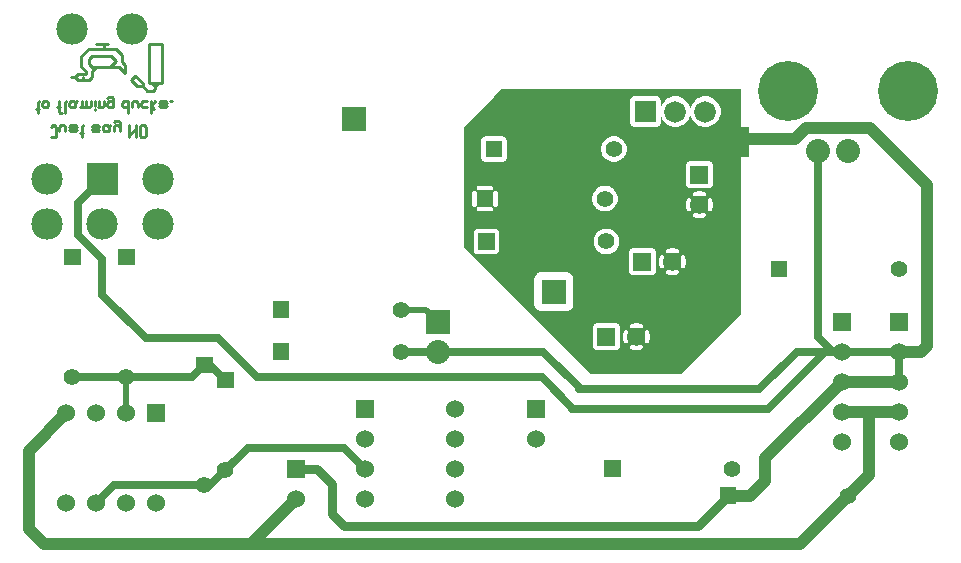
<source format=gbl>
G04 start of page 2 for group 11 layer_idx 1 *
G04 Title: (unknown), bottom_copper *
G04 Creator: pcb-rnd 2.2.0 *
G04 CreationDate: 2020-02-24 19:44:40 UTC *
G04 For:  *
G04 Format: Gerber/RS-274X *
G04 PCB-Dimensions: 316500 593500 *
G04 PCB-Coordinate-Origin: lower left *
%MOIN*%
%FSLAX25Y25*%
%LNBOTTOM_COPPER_NONE_11*%
%ADD51C,0.0500*%
%ADD50C,0.0394*%
%ADD49C,0.0380*%
%ADD48C,0.0320*%
%ADD47C,0.0790*%
%ADD46C,0.0420*%
%ADD45C,0.0280*%
%ADD44C,0.0710*%
%ADD43C,0.0650*%
%ADD42C,0.0800*%
%ADD41C,0.2000*%
%ADD40C,0.0720*%
%ADD39C,0.0600*%
%ADD38C,0.0550*%
%ADD37C,0.1050*%
%ADD36C,0.0300*%
%ADD35C,0.0400*%
%ADD34C,0.0200*%
%ADD33C,0.0250*%
%ADD32C,0.0090*%
%ADD31C,0.0100*%
%ADD30C,0.0001*%
G54D30*G36*
X245000Y561000D02*Y547333D01*
X244634Y547181D01*
X244231Y546935D01*
X244231Y546934D01*
X243872Y546628D01*
X243796Y546538D01*
X242879Y545621D01*
X242565Y545269D01*
X242319Y544866D01*
X242138Y544430D01*
X242028Y543971D01*
X241991Y543500D01*
X242028Y543029D01*
X242138Y542570D01*
X242319Y542134D01*
X242565Y541731D01*
X242872Y541372D01*
X243231Y541065D01*
X243634Y540819D01*
X244070Y540638D01*
X244529Y540528D01*
X245000Y540491D01*
Y486000D01*
X234613Y475613D01*
Y520353D01*
X234656Y520360D01*
X234768Y520397D01*
X234873Y520452D01*
X234968Y520522D01*
X235051Y520606D01*
X235119Y520702D01*
X235170Y520808D01*
X235318Y521216D01*
X235422Y521637D01*
X235484Y522067D01*
X235505Y522500D01*
X235484Y522933D01*
X235422Y523363D01*
X235318Y523784D01*
X235175Y524194D01*
X235122Y524300D01*
X235053Y524396D01*
X234970Y524481D01*
X234875Y524551D01*
X234769Y524606D01*
X234657Y524643D01*
X234613Y524651D01*
Y528130D01*
X234683Y528159D01*
X234884Y528283D01*
X235064Y528436D01*
X235217Y528616D01*
X235341Y528817D01*
X235431Y529035D01*
X235486Y529265D01*
X235505Y529500D01*
X235500Y529559D01*
Y535441D01*
X235505Y535500D01*
X235486Y535735D01*
X235486Y535735D01*
X235431Y535965D01*
X235341Y536183D01*
X235217Y536384D01*
X235064Y536564D01*
X234884Y536717D01*
X234683Y536841D01*
X234613Y536870D01*
Y548648D01*
X235322Y548942D01*
X236007Y549361D01*
X236617Y549883D01*
X237139Y550493D01*
X237558Y551178D01*
X237865Y551919D01*
X238053Y552700D01*
X238100Y553500D01*
X238053Y554300D01*
X237865Y555081D01*
X237558Y555822D01*
X237139Y556507D01*
X236617Y557117D01*
X236007Y557639D01*
X235322Y558058D01*
X234613Y558352D01*
Y561000D01*
X245000D01*
G37*
G36*
X234465Y536931D02*X234235Y536986D01*
X234000Y537005D01*
X233941Y537000D01*
X231000D01*
Y548808D01*
X231419Y548635D01*
X232200Y548447D01*
X233000Y548384D01*
X233800Y548447D01*
X234581Y548635D01*
X234613Y548648D01*
Y536870D01*
X234465Y536931D01*
G37*
G36*
X231000Y472000D02*Y517995D01*
X231433Y518016D01*
X231863Y518078D01*
X232284Y518182D01*
X232694Y518325D01*
X232800Y518378D01*
X232896Y518447D01*
X232981Y518530D01*
X233051Y518625D01*
X233106Y518731D01*
X233143Y518843D01*
X233163Y518960D01*
X233164Y519079D01*
X233146Y519196D01*
X233110Y519309D01*
X233057Y519415D01*
X232988Y519512D01*
X232905Y519596D01*
X232809Y519667D01*
X232704Y519721D01*
X232592Y519759D01*
X232475Y519778D01*
X232356Y519779D01*
X232239Y519761D01*
X232126Y519723D01*
X231855Y519624D01*
X231575Y519556D01*
X231289Y519514D01*
X231000Y519500D01*
Y525500D01*
X231289Y525486D01*
X231575Y525444D01*
X231855Y525376D01*
X232128Y525280D01*
X232239Y525242D01*
X232356Y525225D01*
X232474Y525225D01*
X232591Y525245D01*
X232703Y525282D01*
X232807Y525336D01*
X232902Y525406D01*
X232985Y525491D01*
X233054Y525587D01*
X233107Y525692D01*
X233143Y525805D01*
X233160Y525921D01*
X233159Y526039D01*
X233140Y526156D01*
X233103Y526268D01*
X233048Y526373D01*
X232978Y526468D01*
X232894Y526551D01*
X232798Y526619D01*
X232692Y526670D01*
X232284Y526818D01*
X231863Y526922D01*
X231433Y526984D01*
X231000Y527005D01*
Y528000D01*
X233941D01*
X234000Y527995D01*
X234235Y528014D01*
X234235Y528014D01*
X234465Y528069D01*
X234613Y528130D01*
Y524651D01*
X234540Y524663D01*
X234421Y524664D01*
X234304Y524646D01*
X234191Y524610D01*
X234085Y524557D01*
X233988Y524488D01*
X233904Y524405D01*
X233833Y524309D01*
X233779Y524204D01*
X233741Y524092D01*
X233722Y523975D01*
X233721Y523856D01*
X233739Y523739D01*
X233777Y523626D01*
X233876Y523355D01*
X233944Y523075D01*
X233986Y522789D01*
X234000Y522500D01*
X233986Y522211D01*
X233944Y521925D01*
X233876Y521645D01*
X233780Y521372D01*
X233742Y521261D01*
X233725Y521144D01*
X233725Y521026D01*
X233745Y520909D01*
X233782Y520797D01*
X233836Y520693D01*
X233906Y520598D01*
X233991Y520515D01*
X234087Y520446D01*
X234192Y520393D01*
X234305Y520357D01*
X234421Y520340D01*
X234539Y520341D01*
X234613Y520353D01*
Y475613D01*
X231000Y472000D01*
G37*
G36*
X234613Y561000D02*Y558352D01*
X234581Y558365D01*
X233800Y558553D01*
X233000Y558616D01*
X232200Y558553D01*
X231419Y558365D01*
X231000Y558192D01*
Y561000D01*
X234613D01*
G37*
G36*
X227558Y551178D02*X227865Y551919D01*
X228000Y552480D01*
X228135Y551919D01*
X228442Y551178D01*
X228861Y550493D01*
X229383Y549883D01*
X229993Y549361D01*
X230678Y548942D01*
X231000Y548808D01*
Y537000D01*
X228059D01*
X228000Y537005D01*
X227765Y536986D01*
X227765Y536986D01*
X227535Y536931D01*
X227387Y536870D01*
Y550898D01*
X227558Y551178D01*
G37*
G36*
X227387Y468387D02*Y520349D01*
X227460Y520337D01*
X227579Y520336D01*
X227696Y520354D01*
X227809Y520390D01*
X227915Y520443D01*
X228012Y520512D01*
X228096Y520595D01*
X228167Y520691D01*
X228221Y520796D01*
X228259Y520908D01*
X228278Y521025D01*
X228279Y521144D01*
X228261Y521261D01*
X228223Y521374D01*
X228124Y521645D01*
X228056Y521925D01*
X228014Y522211D01*
X228000Y522500D01*
X228014Y522789D01*
X228056Y523075D01*
X228124Y523355D01*
X228220Y523628D01*
X228258Y523739D01*
X228275Y523856D01*
X228275Y523974D01*
X228255Y524091D01*
X228218Y524203D01*
X228164Y524307D01*
X228094Y524402D01*
X228009Y524485D01*
X227913Y524554D01*
X227808Y524607D01*
X227695Y524643D01*
X227579Y524660D01*
X227461Y524659D01*
X227387Y524647D01*
Y528130D01*
X227535Y528069D01*
X227765Y528014D01*
X228000Y527995D01*
X228059Y528000D01*
X231000D01*
Y527005D01*
X230567Y526984D01*
X230137Y526922D01*
X229716Y526818D01*
X229306Y526675D01*
X229200Y526622D01*
X229104Y526553D01*
X229019Y526470D01*
X228949Y526375D01*
X228894Y526269D01*
X228857Y526157D01*
X228837Y526040D01*
X228836Y525921D01*
X228854Y525804D01*
X228890Y525691D01*
X228943Y525585D01*
X229012Y525488D01*
X229095Y525404D01*
X229191Y525333D01*
X229296Y525279D01*
X229408Y525241D01*
X229525Y525222D01*
X229644Y525221D01*
X229761Y525239D01*
X229874Y525277D01*
X230145Y525376D01*
X230425Y525444D01*
X230711Y525486D01*
X231000Y525500D01*
Y519500D01*
X230711Y519514D01*
X230425Y519556D01*
X230145Y519624D01*
X229872Y519720D01*
X229761Y519758D01*
X229644Y519775D01*
X229526Y519775D01*
X229409Y519755D01*
X229297Y519718D01*
X229193Y519664D01*
X229098Y519594D01*
X229015Y519509D01*
X228946Y519413D01*
X228893Y519308D01*
X228857Y519195D01*
X228840Y519079D01*
X228841Y518961D01*
X228860Y518844D01*
X228897Y518732D01*
X228952Y518627D01*
X229022Y518532D01*
X229106Y518449D01*
X229202Y518381D01*
X229308Y518330D01*
X229716Y518182D01*
X230137Y518078D01*
X230567Y518016D01*
X231000Y517995D01*
Y472000D01*
X227387Y468387D01*
G37*
G36*
X225613Y466613D02*Y501353D01*
X225656Y501360D01*
X225768Y501397D01*
X225873Y501452D01*
X225968Y501522D01*
X226051Y501606D01*
X226119Y501702D01*
X226170Y501808D01*
X226318Y502216D01*
X226422Y502637D01*
X226484Y503067D01*
X226505Y503500D01*
X226484Y503933D01*
X226422Y504363D01*
X226318Y504784D01*
X226175Y505194D01*
X226122Y505300D01*
X226053Y505396D01*
X225970Y505481D01*
X225875Y505551D01*
X225769Y505606D01*
X225657Y505643D01*
X225613Y505651D01*
Y549120D01*
X226007Y549361D01*
X226617Y549883D01*
X227139Y550493D01*
X227387Y550898D01*
Y536870D01*
X227317Y536841D01*
X227116Y536717D01*
X226936Y536564D01*
X226783Y536384D01*
X226659Y536183D01*
X226569Y535965D01*
X226514Y535735D01*
X226495Y535500D01*
X226500Y535441D01*
Y529559D01*
X226495Y529500D01*
X226514Y529265D01*
X226514Y529265D01*
X226569Y529035D01*
X226659Y528817D01*
X226783Y528616D01*
X226936Y528436D01*
X227116Y528283D01*
X227317Y528159D01*
X227387Y528130D01*
Y524647D01*
X227344Y524640D01*
X227232Y524603D01*
X227127Y524548D01*
X227032Y524478D01*
X226949Y524394D01*
X226881Y524298D01*
X226830Y524192D01*
X226682Y523784D01*
X226578Y523363D01*
X226516Y522933D01*
X226495Y522500D01*
X226516Y522067D01*
X226578Y521637D01*
X226682Y521216D01*
X226825Y520806D01*
X226878Y520700D01*
X226947Y520604D01*
X227030Y520519D01*
X227125Y520449D01*
X227231Y520394D01*
X227343Y520357D01*
X227387Y520349D01*
Y468387D01*
X225613Y466613D01*
G37*
G36*
X225000Y466000D02*X222998D01*
Y499111D01*
X223284Y499182D01*
X223694Y499325D01*
X223800Y499378D01*
X223896Y499447D01*
X223981Y499530D01*
X224051Y499625D01*
X224106Y499731D01*
X224143Y499843D01*
X224163Y499960D01*
X224164Y500079D01*
X224146Y500196D01*
X224110Y500309D01*
X224057Y500415D01*
X223988Y500512D01*
X223905Y500596D01*
X223809Y500667D01*
X223704Y500721D01*
X223592Y500759D01*
X223475Y500778D01*
X223356Y500779D01*
X223239Y500761D01*
X223126Y500723D01*
X222998Y500676D01*
Y506326D01*
X223128Y506280D01*
X223239Y506242D01*
X223356Y506225D01*
X223474Y506225D01*
X223591Y506245D01*
X223703Y506282D01*
X223807Y506336D01*
X223902Y506406D01*
X223985Y506491D01*
X224054Y506587D01*
X224107Y506692D01*
X224143Y506805D01*
X224160Y506921D01*
X224159Y507039D01*
X224140Y507156D01*
X224103Y507268D01*
X224048Y507373D01*
X223978Y507468D01*
X223894Y507551D01*
X223798Y507619D01*
X223692Y507670D01*
X223284Y507818D01*
X222998Y507889D01*
Y548384D01*
X223000Y548384D01*
X223800Y548447D01*
X224581Y548635D01*
X225322Y548942D01*
X225613Y549120D01*
Y505651D01*
X225540Y505663D01*
X225421Y505664D01*
X225304Y505646D01*
X225191Y505610D01*
X225085Y505557D01*
X224988Y505488D01*
X224904Y505405D01*
X224833Y505309D01*
X224779Y505204D01*
X224741Y505092D01*
X224722Y504975D01*
X224721Y504856D01*
X224739Y504739D01*
X224777Y504626D01*
X224876Y504355D01*
X224944Y504075D01*
X224986Y503789D01*
X225000Y503500D01*
X224986Y503211D01*
X224944Y502925D01*
X224876Y502645D01*
X224780Y502372D01*
X224742Y502261D01*
X224725Y502144D01*
X224725Y502026D01*
X224745Y501909D01*
X224782Y501797D01*
X224836Y501693D01*
X224906Y501598D01*
X224991Y501515D01*
X225087Y501446D01*
X225192Y501393D01*
X225305Y501357D01*
X225421Y501340D01*
X225539Y501341D01*
X225613Y501353D01*
Y466613D01*
X225000Y466000D01*
G37*
G36*
X231000Y561000D02*Y558192D01*
X230678Y558058D01*
X229993Y557639D01*
X229383Y557117D01*
X228861Y556507D01*
X228442Y555822D01*
X228135Y555081D01*
X228000Y554520D01*
X227865Y555081D01*
X227558Y555822D01*
X227139Y556507D01*
X226617Y557117D01*
X226007Y557639D01*
X225322Y558058D01*
X224581Y558365D01*
X223800Y558553D01*
X223000Y558616D01*
X222998Y558616D01*
Y561000D01*
X231000D01*
G37*
G36*
X218442Y551178D02*X218861Y550493D01*
X219383Y549883D01*
X219993Y549361D01*
X220678Y548942D01*
X221419Y548635D01*
X222200Y548447D01*
X222998Y548384D01*
Y507889D01*
X222863Y507922D01*
X222433Y507984D01*
X222000Y508005D01*
X221567Y507984D01*
X221137Y507922D01*
X220716Y507818D01*
X220306Y507675D01*
X220200Y507622D01*
X220104Y507553D01*
X220019Y507470D01*
X219949Y507375D01*
X219894Y507269D01*
X219857Y507157D01*
X219837Y507040D01*
X219836Y506921D01*
X219854Y506804D01*
X219890Y506691D01*
X219943Y506585D01*
X220012Y506488D01*
X220095Y506404D01*
X220191Y506333D01*
X220296Y506279D01*
X220408Y506241D01*
X220525Y506222D01*
X220644Y506221D01*
X220761Y506239D01*
X220874Y506277D01*
X221145Y506376D01*
X221425Y506444D01*
X221711Y506486D01*
X222000Y506500D01*
X222289Y506486D01*
X222575Y506444D01*
X222855Y506376D01*
X222998Y506326D01*
Y500676D01*
X222855Y500624D01*
X222575Y500556D01*
X222289Y500514D01*
X222000Y500500D01*
X221711Y500514D01*
X221425Y500556D01*
X221145Y500624D01*
X220872Y500720D01*
X220761Y500758D01*
X220644Y500775D01*
X220526Y500775D01*
X220409Y500755D01*
X220297Y500718D01*
X220193Y500664D01*
X220098Y500594D01*
X220015Y500509D01*
X219946Y500413D01*
X219893Y500308D01*
X219857Y500195D01*
X219840Y500079D01*
X219841Y499961D01*
X219860Y499844D01*
X219897Y499732D01*
X219952Y499627D01*
X220022Y499532D01*
X220106Y499449D01*
X220202Y499381D01*
X220308Y499330D01*
X220716Y499182D01*
X221137Y499078D01*
X221567Y499016D01*
X222000Y498995D01*
X222433Y499016D01*
X222863Y499078D01*
X222998Y499111D01*
Y466000D01*
X218387D01*
Y501349D01*
X218460Y501337D01*
X218579Y501336D01*
X218696Y501354D01*
X218809Y501390D01*
X218915Y501443D01*
X219012Y501512D01*
X219096Y501595D01*
X219167Y501691D01*
X219221Y501796D01*
X219259Y501908D01*
X219278Y502025D01*
X219279Y502144D01*
X219261Y502261D01*
X219223Y502374D01*
X219124Y502645D01*
X219056Y502925D01*
X219014Y503211D01*
X219000Y503500D01*
X219014Y503789D01*
X219056Y504075D01*
X219124Y504355D01*
X219220Y504628D01*
X219258Y504739D01*
X219275Y504856D01*
X219275Y504974D01*
X219255Y505091D01*
X219218Y505203D01*
X219164Y505307D01*
X219094Y505402D01*
X219009Y505485D01*
X218913Y505554D01*
X218808Y505607D01*
X218695Y505643D01*
X218579Y505660D01*
X218461Y505659D01*
X218387Y505647D01*
Y551310D01*
X218442Y551178D01*
G37*
G36*
X216541Y548400D02*X216600Y548395D01*
X216835Y548414D01*
X216835Y548414D01*
X217065Y548469D01*
X217283Y548559D01*
X217484Y548683D01*
X217664Y548836D01*
X217817Y549016D01*
X217941Y549217D01*
X218031Y549435D01*
X218086Y549665D01*
X218105Y549900D01*
X218100Y549959D01*
Y552063D01*
X218135Y551919D01*
X218387Y551310D01*
Y505647D01*
X218344Y505640D01*
X218232Y505603D01*
X218127Y505548D01*
X218032Y505478D01*
X217949Y505394D01*
X217881Y505298D01*
X217830Y505192D01*
X217682Y504784D01*
X217578Y504363D01*
X217516Y503933D01*
X217495Y503500D01*
X217516Y503067D01*
X217578Y502637D01*
X217682Y502216D01*
X217825Y501806D01*
X217878Y501700D01*
X217947Y501604D01*
X218030Y501519D01*
X218125Y501449D01*
X218231Y501394D01*
X218343Y501357D01*
X218387Y501349D01*
Y466000D01*
X213613D01*
Y476353D01*
X213656Y476360D01*
X213768Y476397D01*
X213873Y476452D01*
X213968Y476522D01*
X214051Y476606D01*
X214119Y476702D01*
X214170Y476808D01*
X214318Y477216D01*
X214422Y477637D01*
X214484Y478067D01*
X214505Y478500D01*
X214484Y478933D01*
X214422Y479363D01*
X214318Y479784D01*
X214175Y480194D01*
X214122Y480300D01*
X214053Y480396D01*
X213970Y480481D01*
X213875Y480551D01*
X213769Y480606D01*
X213657Y480643D01*
X213613Y480651D01*
Y499000D01*
X214941D01*
X215000Y498995D01*
X215235Y499014D01*
X215235Y499014D01*
X215465Y499069D01*
X215683Y499159D01*
X215884Y499283D01*
X216064Y499436D01*
X216217Y499616D01*
X216341Y499817D01*
X216431Y500035D01*
X216486Y500265D01*
X216505Y500500D01*
X216500Y500559D01*
Y506441D01*
X216505Y506500D01*
X216486Y506735D01*
X216486Y506735D01*
X216431Y506965D01*
X216341Y507183D01*
X216217Y507384D01*
X216064Y507564D01*
X215884Y507717D01*
X215683Y507841D01*
X215465Y507931D01*
X215235Y507986D01*
X215000Y508005D01*
X214941Y508000D01*
X213613D01*
Y548400D01*
X216541D01*
G37*
G36*
X210002Y466000D02*Y473995D01*
X210433Y474016D01*
X210863Y474078D01*
X211284Y474182D01*
X211694Y474325D01*
X211800Y474378D01*
X211896Y474447D01*
X211981Y474530D01*
X212051Y474625D01*
X212106Y474731D01*
X212143Y474843D01*
X212163Y474960D01*
X212164Y475079D01*
X212146Y475196D01*
X212110Y475309D01*
X212057Y475415D01*
X211988Y475512D01*
X211905Y475596D01*
X211809Y475667D01*
X211704Y475721D01*
X211592Y475759D01*
X211475Y475778D01*
X211356Y475779D01*
X211239Y475761D01*
X211126Y475723D01*
X210855Y475624D01*
X210575Y475556D01*
X210289Y475514D01*
X210002Y475500D01*
Y481500D01*
X210289Y481486D01*
X210575Y481444D01*
X210855Y481376D01*
X211128Y481280D01*
X211239Y481242D01*
X211356Y481225D01*
X211474Y481225D01*
X211591Y481245D01*
X211703Y481282D01*
X211807Y481336D01*
X211902Y481406D01*
X211985Y481491D01*
X212054Y481587D01*
X212107Y481692D01*
X212143Y481805D01*
X212160Y481921D01*
X212159Y482039D01*
X212140Y482156D01*
X212103Y482268D01*
X212048Y482373D01*
X211978Y482468D01*
X211894Y482551D01*
X211798Y482619D01*
X211692Y482670D01*
X211284Y482818D01*
X210863Y482922D01*
X210433Y482984D01*
X210002Y483005D01*
Y499000D01*
X213613D01*
Y480651D01*
X213540Y480663D01*
X213421Y480664D01*
X213304Y480646D01*
X213191Y480610D01*
X213085Y480557D01*
X212988Y480488D01*
X212904Y480405D01*
X212833Y480309D01*
X212779Y480204D01*
X212741Y480092D01*
X212722Y479975D01*
X212721Y479856D01*
X212739Y479739D01*
X212777Y479626D01*
X212876Y479355D01*
X212944Y479075D01*
X212986Y478789D01*
X213000Y478500D01*
X212986Y478211D01*
X212944Y477925D01*
X212876Y477645D01*
X212780Y477372D01*
X212742Y477261D01*
X212725Y477144D01*
X212725Y477026D01*
X212745Y476909D01*
X212782Y476797D01*
X212836Y476693D01*
X212906Y476598D01*
X212991Y476515D01*
X213087Y476446D01*
X213192Y476393D01*
X213305Y476357D01*
X213421Y476340D01*
X213539Y476341D01*
X213613Y476353D01*
Y466000D01*
X210002D01*
G37*
G36*
X213613Y548400D02*Y508000D01*
X210002D01*
Y548400D01*
X213613D01*
G37*
G36*
X222998Y561000D02*Y558616D01*
X222200Y558553D01*
X221419Y558365D01*
X220678Y558058D01*
X219993Y557639D01*
X219383Y557117D01*
X218861Y556507D01*
X218442Y555822D01*
X218135Y555081D01*
X218100Y554937D01*
Y557041D01*
X218105Y557100D01*
X218086Y557335D01*
X218086Y557335D01*
X218031Y557565D01*
X217941Y557783D01*
X217817Y557984D01*
X217664Y558164D01*
X217484Y558317D01*
X217283Y558441D01*
X217065Y558531D01*
X216835Y558586D01*
X216600Y558605D01*
X216541Y558600D01*
X210002D01*
Y561000D01*
X222998D01*
G37*
G36*
X210002D02*Y558600D01*
X209459D01*
X209400Y558605D01*
X209165Y558586D01*
X209165Y558586D01*
X208935Y558531D01*
X208717Y558441D01*
X208516Y558317D01*
X208336Y558164D01*
X208183Y557984D01*
X208059Y557783D01*
X207969Y557565D01*
X207914Y557335D01*
X207895Y557100D01*
X207900Y557041D01*
Y549959D01*
X207895Y549900D01*
X207914Y549665D01*
X207914Y549665D01*
X207969Y549435D01*
X208059Y549217D01*
X208183Y549016D01*
X208336Y548836D01*
X208516Y548683D01*
X208717Y548559D01*
X208935Y548469D01*
X209165Y548414D01*
X209400Y548395D01*
X209459Y548400D01*
X210002D01*
Y508000D01*
X209059D01*
X209000Y508005D01*
X208765Y507986D01*
X208765Y507986D01*
X208535Y507931D01*
X208317Y507841D01*
X208116Y507717D01*
X207936Y507564D01*
X207783Y507384D01*
X207659Y507183D01*
X207569Y506965D01*
X207514Y506735D01*
X207495Y506500D01*
X207500Y506441D01*
Y500559D01*
X207495Y500500D01*
X207514Y500265D01*
X207514Y500265D01*
X207569Y500035D01*
X207659Y499817D01*
X207783Y499616D01*
X207936Y499436D01*
X208116Y499283D01*
X208317Y499159D01*
X208535Y499069D01*
X208765Y499014D01*
X209000Y498995D01*
X209059Y499000D01*
X210002D01*
Y483005D01*
X210000Y483005D01*
X209567Y482984D01*
X209137Y482922D01*
X208716Y482818D01*
X208306Y482675D01*
X208200Y482622D01*
X208104Y482553D01*
X208019Y482470D01*
X207949Y482375D01*
X207894Y482269D01*
X207857Y482157D01*
X207837Y482040D01*
X207836Y481921D01*
X207854Y481804D01*
X207890Y481691D01*
X207943Y481585D01*
X208012Y481488D01*
X208095Y481404D01*
X208191Y481333D01*
X208296Y481279D01*
X208408Y481241D01*
X208525Y481222D01*
X208644Y481221D01*
X208761Y481239D01*
X208874Y481277D01*
X209145Y481376D01*
X209425Y481444D01*
X209711Y481486D01*
X210000Y481500D01*
X210002Y481500D01*
Y475500D01*
X210000Y475500D01*
X209711Y475514D01*
X209425Y475556D01*
X209145Y475624D01*
X208872Y475720D01*
X208761Y475758D01*
X208644Y475775D01*
X208526Y475775D01*
X208409Y475755D01*
X208297Y475718D01*
X208193Y475664D01*
X208098Y475594D01*
X208015Y475509D01*
X207946Y475413D01*
X207893Y475308D01*
X207857Y475195D01*
X207840Y475079D01*
X207841Y474961D01*
X207860Y474844D01*
X207897Y474732D01*
X207952Y474627D01*
X208022Y474532D01*
X208106Y474449D01*
X208202Y474381D01*
X208308Y474330D01*
X208716Y474182D01*
X209137Y474078D01*
X209567Y474016D01*
X210000Y473995D01*
X210002Y473995D01*
Y466000D01*
X206387D01*
Y476349D01*
X206460Y476337D01*
X206579Y476336D01*
X206696Y476354D01*
X206809Y476390D01*
X206915Y476443D01*
X207012Y476512D01*
X207096Y476595D01*
X207167Y476691D01*
X207221Y476796D01*
X207259Y476908D01*
X207278Y477025D01*
X207279Y477144D01*
X207261Y477261D01*
X207223Y477374D01*
X207124Y477645D01*
X207056Y477925D01*
X207014Y478211D01*
X207000Y478500D01*
X207014Y478789D01*
X207056Y479075D01*
X207124Y479355D01*
X207220Y479628D01*
X207258Y479739D01*
X207275Y479856D01*
X207275Y479974D01*
X207255Y480091D01*
X207218Y480203D01*
X207164Y480307D01*
X207094Y480402D01*
X207009Y480485D01*
X206913Y480554D01*
X206808Y480607D01*
X206695Y480643D01*
X206579Y480660D01*
X206461Y480659D01*
X206387Y480647D01*
Y539278D01*
X206554Y539683D01*
X206711Y540333D01*
X206750Y541000D01*
X206711Y541667D01*
X206554Y542317D01*
X206387Y542722D01*
Y561000D01*
X210002D01*
G37*
G36*
X202493Y466000D02*Y474000D01*
X202941D01*
X203000Y473995D01*
X203235Y474014D01*
X203235Y474014D01*
X203465Y474069D01*
X203683Y474159D01*
X203884Y474283D01*
X204064Y474436D01*
X204217Y474616D01*
X204341Y474817D01*
X204431Y475035D01*
X204486Y475265D01*
X204505Y475500D01*
X204500Y475559D01*
Y481441D01*
X204505Y481500D01*
X204486Y481735D01*
X204486Y481735D01*
X204431Y481965D01*
X204341Y482183D01*
X204217Y482384D01*
X204064Y482564D01*
X203884Y482717D01*
X203683Y482841D01*
X203465Y482931D01*
X203235Y482986D01*
X203000Y483005D01*
X202941Y483000D01*
X202493D01*
Y506744D01*
X202506Y506751D01*
X203014Y507186D01*
X203449Y507694D01*
X203798Y508265D01*
X204054Y508883D01*
X204211Y509533D01*
X204250Y510200D01*
X204211Y510867D01*
X204054Y511517D01*
X203798Y512135D01*
X203449Y512706D01*
X203014Y513214D01*
X202506Y513649D01*
X202493Y513656D01*
Y521468D01*
X202514Y521486D01*
X202949Y521994D01*
X203298Y522565D01*
X203554Y523183D01*
X203711Y523833D01*
X203750Y524500D01*
X203711Y525167D01*
X203554Y525817D01*
X203298Y526435D01*
X202949Y527006D01*
X202514Y527514D01*
X202493Y527532D01*
Y536737D01*
X202500Y536737D01*
X203167Y536789D01*
X203817Y536946D01*
X204435Y537202D01*
X205006Y537551D01*
X205514Y537986D01*
X205949Y538494D01*
X206298Y539065D01*
X206387Y539278D01*
Y480647D01*
X206344Y480640D01*
X206232Y480603D01*
X206127Y480548D01*
X206032Y480478D01*
X205949Y480394D01*
X205881Y480298D01*
X205830Y480192D01*
X205682Y479784D01*
X205578Y479363D01*
X205516Y478933D01*
X205495Y478500D01*
X205516Y478067D01*
X205578Y477637D01*
X205682Y477216D01*
X205825Y476806D01*
X205878Y476700D01*
X205947Y476604D01*
X206030Y476519D01*
X206125Y476449D01*
X206231Y476394D01*
X206343Y476357D01*
X206387Y476349D01*
Y466000D01*
X202493D01*
G37*
G36*
X206387Y561000D02*Y542722D01*
X206298Y542935D01*
X205949Y543506D01*
X205514Y544014D01*
X205006Y544449D01*
X204435Y544798D01*
X203817Y545054D01*
X203167Y545211D01*
X202500Y545263D01*
X202493Y545263D01*
Y561000D01*
X206387D01*
G37*
G36*
X202493D02*Y545263D01*
X201833Y545211D01*
X201183Y545054D01*
X200565Y544798D01*
X199994Y544449D01*
X199486Y544014D01*
X199051Y543506D01*
X198702Y542935D01*
X198446Y542317D01*
X198289Y541667D01*
X198237Y541000D01*
X198289Y540333D01*
X198446Y539683D01*
X198702Y539065D01*
X199051Y538494D01*
X199486Y537986D01*
X199994Y537551D01*
X200565Y537202D01*
X201183Y536946D01*
X201833Y536789D01*
X202493Y536737D01*
Y527532D01*
X202006Y527949D01*
X201435Y528298D01*
X200817Y528554D01*
X200167Y528711D01*
X199500Y528763D01*
X198833Y528711D01*
X198183Y528554D01*
X197565Y528298D01*
X196994Y527949D01*
X196486Y527514D01*
X196051Y527006D01*
X195702Y526435D01*
X195446Y525817D01*
X195289Y525167D01*
X195237Y524500D01*
X195289Y523833D01*
X195446Y523183D01*
X195702Y522565D01*
X196051Y521994D01*
X196486Y521486D01*
X196994Y521051D01*
X197565Y520702D01*
X198183Y520446D01*
X198833Y520289D01*
X199500Y520237D01*
X200167Y520289D01*
X200817Y520446D01*
X201435Y520702D01*
X202006Y521051D01*
X202493Y521468D01*
Y513656D01*
X201935Y513998D01*
X201317Y514254D01*
X200667Y514411D01*
X200000Y514463D01*
X199333Y514411D01*
X198683Y514254D01*
X198065Y513998D01*
X197494Y513649D01*
X196986Y513214D01*
X196551Y512706D01*
X196202Y512135D01*
X195946Y511517D01*
X195789Y510867D01*
X195737Y510200D01*
X195789Y509533D01*
X195946Y508883D01*
X196202Y508265D01*
X196551Y507694D01*
X196986Y507186D01*
X197494Y506751D01*
X198065Y506402D01*
X198683Y506146D01*
X199333Y505989D01*
X200000Y505937D01*
X200667Y505989D01*
X201317Y506146D01*
X201935Y506402D01*
X202493Y506744D01*
Y483000D01*
X197059D01*
X197000Y483005D01*
X196765Y482986D01*
X196765Y482986D01*
X196535Y482931D01*
X196317Y482841D01*
X196116Y482717D01*
X195936Y482564D01*
X195783Y482384D01*
X195659Y482183D01*
X195569Y481965D01*
X195514Y481735D01*
X195495Y481500D01*
X195500Y481441D01*
Y475559D01*
X195495Y475500D01*
X195514Y475265D01*
X195514Y475265D01*
X195569Y475035D01*
X195659Y474817D01*
X195783Y474616D01*
X195936Y474436D01*
X196116Y474283D01*
X196317Y474159D01*
X196535Y474069D01*
X196765Y474014D01*
X197000Y473995D01*
X197059Y474000D01*
X202493D01*
Y466000D01*
X195000D01*
X182500Y478500D01*
Y487000D01*
X186402D01*
X186500Y486992D01*
X186892Y487023D01*
X186892Y487023D01*
X187275Y487115D01*
X187638Y487266D01*
X187974Y487471D01*
X188273Y487727D01*
X188529Y488026D01*
X188734Y488362D01*
X188885Y488725D01*
X188977Y489108D01*
X189008Y489500D01*
X189000Y489598D01*
Y497402D01*
X189008Y497500D01*
X188977Y497892D01*
X188977Y497892D01*
X188885Y498275D01*
X188734Y498638D01*
X188529Y498974D01*
X188273Y499273D01*
X187974Y499529D01*
X187638Y499734D01*
X187275Y499885D01*
X186892Y499977D01*
X186500Y500008D01*
X186402Y500000D01*
X182500D01*
Y561000D01*
X202493D01*
G37*
G36*
X182500D02*Y500000D01*
X178598D01*
X178500Y500008D01*
X178108Y499977D01*
X178108Y499977D01*
X177725Y499885D01*
X177362Y499734D01*
X177026Y499529D01*
X176727Y499273D01*
X176471Y498974D01*
X176266Y498638D01*
X176115Y498275D01*
X176023Y497892D01*
X175992Y497500D01*
X176000Y497402D01*
Y489598D01*
X175992Y489500D01*
X176023Y489108D01*
X176023Y489108D01*
X176115Y488725D01*
X176266Y488362D01*
X176471Y488026D01*
X176727Y487727D01*
X177026Y487471D01*
X177362Y487266D01*
X177725Y487115D01*
X178108Y487023D01*
X178500Y486992D01*
X178598Y487000D01*
X182500D01*
Y478500D01*
X162500Y498500D01*
Y505950D01*
X162691D01*
X162750Y505945D01*
X162985Y505964D01*
X162985Y505964D01*
X163215Y506019D01*
X163433Y506109D01*
X163634Y506233D01*
X163814Y506386D01*
X163967Y506566D01*
X164091Y506767D01*
X164181Y506985D01*
X164236Y507215D01*
X164255Y507450D01*
X164250Y507509D01*
Y512891D01*
X164255Y512950D01*
X164236Y513185D01*
X164236Y513185D01*
X164181Y513415D01*
X164091Y513633D01*
X163967Y513834D01*
X163814Y514014D01*
X163634Y514167D01*
X163433Y514291D01*
X163215Y514381D01*
X162985Y514436D01*
X162750Y514455D01*
X162691Y514450D01*
X162500D01*
Y521941D01*
X162558Y521891D01*
X162658Y521830D01*
X162768Y521785D01*
X162882Y521757D01*
X163000Y521748D01*
X163118Y521757D01*
X163232Y521785D01*
X163342Y521830D01*
X163442Y521891D01*
X163532Y521968D01*
X163609Y522058D01*
X163670Y522158D01*
X163715Y522268D01*
X163743Y522382D01*
X163750Y522500D01*
Y526500D01*
X163743Y526618D01*
X163715Y526732D01*
X163670Y526842D01*
X163609Y526942D01*
X163532Y527032D01*
X163442Y527109D01*
X163342Y527170D01*
X163232Y527216D01*
X163118Y527243D01*
X163000Y527252D01*
X162882Y527243D01*
X162768Y527216D01*
X162658Y527170D01*
X162558Y527109D01*
X162500Y527059D01*
Y536750D01*
X165191D01*
X165250Y536745D01*
X165485Y536764D01*
X165485Y536764D01*
X165715Y536819D01*
X165933Y536909D01*
X166134Y537033D01*
X166314Y537186D01*
X166467Y537366D01*
X166591Y537567D01*
X166681Y537785D01*
X166736Y538015D01*
X166755Y538250D01*
X166750Y538309D01*
Y543691D01*
X166755Y543750D01*
X166736Y543985D01*
X166736Y543985D01*
X166681Y544215D01*
X166591Y544433D01*
X166467Y544634D01*
X166314Y544814D01*
X166134Y544967D01*
X165933Y545091D01*
X165715Y545181D01*
X165485Y545236D01*
X165250Y545255D01*
X165191Y545250D01*
X162500D01*
Y558500D01*
X165000Y561000D01*
X166500D01*
X182500D01*
G37*
G36*
X152500Y508500D02*Y548500D01*
X162500Y558500D01*
Y545250D01*
X159809D01*
X159750Y545255D01*
X159515Y545236D01*
X159515Y545236D01*
X159285Y545181D01*
X159067Y545091D01*
X158866Y544967D01*
X158686Y544814D01*
X158533Y544634D01*
X158409Y544433D01*
X158319Y544215D01*
X158264Y543985D01*
X158245Y543750D01*
X158250Y543691D01*
Y538309D01*
X158245Y538250D01*
X158264Y538015D01*
X158264Y538015D01*
X158319Y537785D01*
X158409Y537567D01*
X158533Y537366D01*
X158686Y537186D01*
X158866Y537033D01*
X159067Y536909D01*
X159285Y536819D01*
X159515Y536764D01*
X159750Y536745D01*
X159809Y536750D01*
X162500D01*
Y527059D01*
X162468Y527032D01*
X162391Y526942D01*
X162330Y526842D01*
X162284Y526732D01*
X162257Y526618D01*
X162250Y526500D01*
Y527250D01*
X161500D01*
X161618Y527257D01*
X161732Y527285D01*
X161842Y527330D01*
X161942Y527391D01*
X162032Y527468D01*
X162109Y527558D01*
X162170Y527658D01*
X162215Y527768D01*
X162243Y527882D01*
X162252Y528000D01*
X162243Y528118D01*
X162215Y528232D01*
X162170Y528342D01*
X162109Y528442D01*
X162032Y528532D01*
X161942Y528609D01*
X161842Y528670D01*
X161732Y528715D01*
X161618Y528743D01*
X161500Y528750D01*
X157500D01*
X157382Y528743D01*
X157268Y528715D01*
X157158Y528670D01*
X157058Y528609D01*
X156968Y528532D01*
X156891Y528442D01*
X156830Y528342D01*
X156784Y528232D01*
X156757Y528118D01*
X156748Y528000D01*
X156757Y527882D01*
X156784Y527768D01*
X156830Y527658D01*
X156891Y527558D01*
X156968Y527468D01*
X157058Y527391D01*
X157158Y527330D01*
X157268Y527284D01*
X157382Y527257D01*
X157500Y527250D01*
X156750D01*
Y526500D01*
X156743Y526618D01*
X156715Y526732D01*
X156670Y526842D01*
X156609Y526942D01*
X156532Y527032D01*
X156442Y527109D01*
X156342Y527170D01*
X156232Y527215D01*
X156118Y527243D01*
X156000Y527252D01*
X155882Y527243D01*
X155768Y527215D01*
X155658Y527170D01*
X155558Y527109D01*
X155468Y527032D01*
X155391Y526942D01*
X155330Y526842D01*
X155285Y526732D01*
X155257Y526618D01*
X155250Y526500D01*
Y522500D01*
X155257Y522382D01*
X155285Y522268D01*
X155330Y522158D01*
X155391Y522058D01*
X155468Y521968D01*
X155558Y521891D01*
X155658Y521830D01*
X155768Y521784D01*
X155882Y521757D01*
X156000Y521748D01*
X156118Y521757D01*
X156232Y521784D01*
X156342Y521830D01*
X156442Y521891D01*
X156532Y521968D01*
X156609Y522058D01*
X156670Y522158D01*
X156716Y522268D01*
X156743Y522382D01*
X156750Y522500D01*
Y521750D01*
X157500D01*
X157382Y521743D01*
X157268Y521715D01*
X157158Y521670D01*
X157058Y521609D01*
X156968Y521532D01*
X156891Y521442D01*
X156830Y521342D01*
X156785Y521232D01*
X156757Y521118D01*
X156748Y521000D01*
X156757Y520882D01*
X156785Y520768D01*
X156830Y520658D01*
X156891Y520558D01*
X156968Y520468D01*
X157058Y520391D01*
X157158Y520330D01*
X157268Y520285D01*
X157382Y520257D01*
X157500Y520250D01*
X161500D01*
X161618Y520257D01*
X161732Y520285D01*
X161842Y520330D01*
X161942Y520391D01*
X162032Y520468D01*
X162109Y520558D01*
X162170Y520658D01*
X162216Y520768D01*
X162243Y520882D01*
X162252Y521000D01*
X162243Y521118D01*
X162216Y521232D01*
X162170Y521342D01*
X162109Y521442D01*
X162032Y521532D01*
X161942Y521609D01*
X161842Y521670D01*
X161732Y521716D01*
X161618Y521743D01*
X161500Y521750D01*
X162250D01*
Y522500D01*
X162257Y522382D01*
X162285Y522268D01*
X162330Y522158D01*
X162391Y522058D01*
X162468Y521968D01*
X162500Y521941D01*
Y514450D01*
X157309D01*
X157250Y514455D01*
X157015Y514436D01*
X157015Y514436D01*
X156785Y514381D01*
X156567Y514291D01*
X156366Y514167D01*
X156186Y514014D01*
X156033Y513834D01*
X155909Y513633D01*
X155819Y513415D01*
X155764Y513185D01*
X155745Y512950D01*
X155750Y512891D01*
Y507509D01*
X155745Y507450D01*
X155764Y507215D01*
X155764Y507215D01*
X155819Y506985D01*
X155909Y506767D01*
X156033Y506566D01*
X156186Y506386D01*
X156366Y506233D01*
X156567Y506109D01*
X156785Y506019D01*
X157015Y505964D01*
X157250Y505945D01*
X157309Y505950D01*
X162500D01*
Y498500D01*
X152500Y508500D01*
G37*
G36*
X247500Y548500D02*Y538500D01*
X240000D01*
Y548500D01*
X247500D01*
G37*
G54D31*X25000Y572000D02*X27500Y574500D01*
G54D32*Y571000D02*Y569500D01*
G54D31*X25000Y572000D02*Y568500D01*
X26500Y567000D02*X25000Y568500D01*
X24000Y564000D02*X27500D01*
X28500Y567000D02*Y565000D01*
X25500D02*Y564500D01*
G54D32*X28500Y572000D02*X35000D01*
X28500Y568500D02*X27500Y569500D01*
X28500Y568500D02*X30000D01*
G54D31*X27500Y574500D02*X36500D01*
X39500Y566500D02*X37500Y568500D01*
G54D32*X36500Y570500D02*X34500Y568500D01*
G54D31*X38500Y570000D02*X39500Y569000D01*
Y566500D01*
G54D32*X35000Y572000D02*X36500Y570500D01*
G54D31*Y574500D02*X38500Y572500D01*
X30000Y568500D02*X28500Y567000D01*
X30000Y568500D02*X31000D01*
X38500Y572500D02*Y570000D01*
X30500Y568500D02*X37500D01*
G54D32*X27500Y571000D02*X28500Y572000D01*
G54D31*X47500Y576000D02*Y563000D01*
Y576000D02*X52000D01*
X30000D02*X34000D01*
X52000D02*Y563000D01*
G54D33*X24000Y523000D02*X32000Y531000D01*
G54D31*X26500Y567000D02*Y566000D01*
X28500Y565000D02*X27500Y564000D01*
X43000Y565500D02*X41500Y564000D01*
X45500Y563000D02*X43000Y565500D01*
X43500Y562000D02*X45500D01*
X43500D02*X41500Y564000D01*
X45500Y563000D02*Y562000D01*
X47000Y560500D02*X45500Y562000D01*
X47000Y560500D02*X49000D01*
X49500Y561000D02*X49000Y560500D01*
X49500Y562000D02*Y561000D01*
Y562000D02*X48500Y563000D01*
X50500D02*X49500Y562000D01*
X50500Y563000D02*X52000D01*
X47500D02*X52000D01*
X24000Y566000D02*X26500D01*
X23000Y565000D02*X24000Y566000D01*
Y564000D02*X23000Y565000D01*
X21500D02*X23000D01*
X32500Y575500D02*Y575000D01*
G54D34*X40000Y453000D02*Y465000D01*
G54D33*X22000D02*X62000D01*
X66000Y469000D01*
X68000D01*
X73000Y464000D01*
X46500Y478000D02*X70500D01*
X32000Y492500D02*Y504500D01*
Y492500D02*X46500Y478000D01*
X32000Y504500D02*X24000Y512500D01*
Y523000D01*
G54D35*X81500Y409500D02*X96500Y424500D01*
G54D36*X108500Y419500D02*X112500Y415500D01*
X179500D01*
X96500Y434500D02*X103500D01*
X108500Y429500D01*
Y419500D01*
G54D35*X77500Y409500D02*X264500D01*
G54D36*X178500Y415500D02*X230500D01*
G54D35*X253000Y430500D02*X248000Y425500D01*
X240500D01*
X264500Y409500D02*X287500Y432500D01*
G54D33*X112500Y441500D02*X119500Y434500D01*
X112500Y441500D02*X80500D01*
X263500Y473500D02*X283500D01*
X270500Y478500D02*X275500Y473500D01*
X270500Y478500D02*Y540500D01*
G54D35*X263000Y544500D02*X266500Y548000D01*
G54D33*X297500Y473500D02*X280000D01*
X297479Y473479D02*X297500Y473500D01*
G54D35*X307000Y475500D02*Y529000D01*
X266500Y548000D02*X288000D01*
X307000Y529000D01*
X263000Y544500D02*X246000D01*
X245000Y543500D01*
G54D33*X70500Y478000D02*X83500Y465000D01*
X178500D01*
G54D34*X131500Y487500D02*X140000D01*
X144000Y483500D01*
G54D33*X131500Y473500D02*X179000D01*
X279500Y463500D02*X297500D01*
X251000Y461000D02*X191000D01*
X179000Y473500D02*X191500Y461000D01*
G54D35*X297500Y453500D02*X278500D01*
G54D33*X188500Y454500D02*X254000D01*
X178500Y465000D02*X189000Y454500D01*
X254000D02*X273000Y473500D01*
X251000Y461000D02*X263500Y473500D01*
G54D35*X278500Y463500D02*X253000Y438000D01*
X297500Y463500D02*X280500D01*
G54D33*X297500D02*Y473500D01*
G54D35*X305000D01*
X307000Y475500D01*
X253000Y438000D02*Y430500D01*
X287500Y432500D02*Y453500D01*
G54D36*X230500Y415500D02*X240500Y425500D01*
G54D35*X20000Y453000D02*X7500Y440500D01*
Y414500D01*
X12500Y409500D01*
G54D33*X30000Y423000D02*X36000Y429000D01*
X66500Y429500D03*
X36000Y429000D02*X68000D01*
X80500Y441500D01*
G54D35*X12500Y409500D02*X81500D01*
G54D31*X10500Y553000D02*Y556500D01*
X11000Y557000D01*
X10000Y554500D02*X11000D01*
X12000Y555500D02*Y556500D01*
Y555500D02*X12500Y555000D01*
X13500D01*
X14000Y555500D01*
Y556500D01*
X13500Y557000D02*X14000Y556500D01*
X12500Y557000D02*X13500D01*
X12000Y556500D02*X12500Y557000D01*
X17500Y553500D02*Y557000D01*
Y553500D02*X18000Y553000D01*
X18500D01*
X17000Y555000D02*X18000D01*
X19500Y553000D02*Y556500D01*
X20000Y557000D01*
X22500Y555000D02*X23000Y555500D01*
X21500Y555000D02*X22500D01*
X21000Y555500D02*X21500Y555000D01*
X21000Y555500D02*Y556500D01*
X21500Y557000D01*
X23000Y555000D02*Y556500D01*
X23500Y557000D01*
X21500D02*X22500D01*
X23000Y556500D01*
X25200Y555500D02*Y557000D01*
Y555500D02*X25700Y555000D01*
X26200D01*
X26700Y555500D01*
Y557000D01*
Y555500D02*X27200Y555000D01*
X27700D01*
X28200Y555500D01*
Y557000D01*
X24700Y555000D02*X25200Y555500D01*
X29400Y554000D02*Y554500D01*
Y555500D02*Y557000D01*
X30900Y555500D02*Y557000D01*
Y555500D02*X31400Y555000D01*
X31900D01*
X32400Y555500D01*
Y557000D01*
X30400Y555000D02*X30900Y555500D01*
X35100Y555000D02*X35600Y555500D01*
X34100Y555000D02*X35100D01*
X33600Y555500D02*X34100Y555000D01*
X33600Y555500D02*Y556500D01*
X34100Y557000D01*
X35100D01*
X35600Y556500D01*
X33600Y558000D02*X34100Y558500D01*
X35100D01*
X35600Y558000D01*
Y555000D02*Y558000D01*
X40600Y553000D02*Y557000D01*
X40100D02*X40600Y556500D01*
X39100Y557000D02*X40100D01*
X38600Y556500D02*X39100Y557000D01*
X38600Y555500D02*Y556500D01*
Y555500D02*X39100Y555000D01*
X40100D01*
X40600Y555500D01*
X41800Y555000D02*Y556500D01*
X42300Y557000D01*
X43300D01*
X43800Y556500D01*
Y555000D02*Y556500D01*
X45500Y555000D02*X47000D01*
X45000Y555500D02*X45500Y555000D01*
X45000Y555500D02*Y556500D01*
X45500Y557000D01*
X47000D01*
X48200Y553000D02*Y557000D01*
Y555500D02*X49700Y557000D01*
X48200Y555500D02*X49200Y554500D01*
X51400Y557000D02*X52900D01*
X53400Y556500D01*
X52900Y556000D02*X53400Y556500D01*
X51400Y556000D02*X52900D01*
X50900Y555500D02*X51400Y556000D01*
X50900Y555500D02*X51400Y555000D01*
X52900D01*
X53400Y555500D01*
X50900Y556500D02*X51400Y557000D01*
X54600D02*X55100D01*
X15000Y545000D02*X16500D01*
Y548500D01*
X16000Y549000D02*X16500Y548500D01*
X15500Y549000D02*X16000D01*
X15000Y548500D02*X15500Y549000D01*
X17700Y547000D02*Y548500D01*
X18200Y549000D01*
X19200D01*
X19700Y548500D01*
Y547000D02*Y548500D01*
X21400Y549000D02*X22900D01*
X23400Y548500D01*
X22900Y548000D02*X23400Y548500D01*
X21400Y548000D02*X22900D01*
X20900Y547500D02*X21400Y548000D01*
X20900Y547500D02*X21400Y547000D01*
X22900D01*
X23400Y547500D01*
X20900Y548500D02*X21400Y549000D01*
X25100Y545000D02*Y548500D01*
X25600Y549000D01*
X24600Y546500D02*X25600D01*
X28900Y549000D02*X30400D01*
X30900Y548500D01*
X30400Y548000D02*X30900Y548500D01*
X28900Y548000D02*X30400D01*
X28400Y547500D02*X28900Y548000D01*
X28400Y547500D02*X28900Y547000D01*
X30400D01*
X30900Y547500D01*
X28400Y548500D02*X28900Y549000D01*
X33600Y547000D02*X34100Y547500D01*
X32600Y547000D02*X33600D01*
X32100Y547500D02*X32600Y547000D01*
X32100Y547500D02*Y548500D01*
X32600Y549000D01*
X34100Y547000D02*Y548500D01*
X34600Y549000D01*
X32600D02*X33600D01*
X34100Y548500D01*
X35800Y547000D02*Y548500D01*
X36300Y549000D01*
X37800Y547000D02*Y550000D01*
X37300Y550500D02*X37800Y550000D01*
X36300Y550500D02*X37300D01*
X35800Y550000D02*X36300Y550500D01*
Y549000D02*X37300D01*
X37800Y548500D01*
X40800Y545000D02*Y549000D01*
Y545000D02*Y545500D01*
X43300Y548000D01*
Y545000D02*Y549000D01*
X44500Y545500D02*Y548500D01*
Y545500D02*X45000Y545000D01*
X46000D01*
X46500Y545500D01*
Y548500D01*
X46000Y549000D02*X46500Y548500D01*
X45000Y549000D02*X46000D01*
X44500Y548500D02*X45000Y549000D01*
G54D37*X22000Y581000D03*
G54D30*G36*
X26750Y536250D02*X37250D01*
Y525750D01*
X26750D01*
Y536250D01*
G37*
G36*
X37250Y507750D02*X42750D01*
Y502250D01*
X37250D01*
Y507750D01*
G37*
G54D38*X40000Y465000D03*
G54D37*X32000Y516000D03*
G54D30*G36*
X19250Y507750D02*X24750D01*
Y502250D01*
X19250D01*
Y507750D01*
G37*
G54D38*X22000Y465000D03*
G54D39*X40000Y453000D03*
X30000D03*
X20000D03*
Y423000D03*
X30000D03*
X40000D03*
G54D30*G36*
X209400Y557100D02*X216600D01*
Y549900D01*
X209400D01*
Y557100D01*
G37*
G54D40*X223000Y553500D03*
X233000D03*
G54D41*X260500Y560500D03*
X300500D03*
G54D42*X270500Y540500D03*
X280500D03*
G54D38*X202500Y541000D03*
G54D30*G36*
X234000Y529500D02*X228000D01*
Y535500D01*
X234000D01*
Y529500D01*
G37*
G36*
X275500Y486500D02*X281500D01*
Y480500D01*
X275500D01*
Y486500D01*
G37*
G54D39*X278500Y473500D03*
Y463500D03*
G54D30*G36*
X254750Y503750D02*X260250D01*
Y498250D01*
X254750D01*
Y503750D01*
G37*
G36*
X294500Y486500D02*X300500D01*
Y480500D01*
X294500D01*
Y486500D01*
G37*
G54D39*X297500Y473500D03*
Y463500D03*
G54D38*Y501000D03*
G54D39*Y453500D03*
X278500D03*
X297500Y443500D03*
X278500D03*
G54D38*X280500Y425500D03*
X199500Y524500D03*
G54D30*G36*
X203000Y481500D02*Y475500D01*
X197000D01*
Y481500D01*
X203000D01*
G37*
G54D39*X210000Y478500D03*
G54D30*G36*
X215000Y506500D02*Y500500D01*
X209000D01*
Y506500D01*
X215000D01*
G37*
G54D39*X222000Y503500D03*
G54D38*X200000Y510200D03*
G54D30*G36*
X199250Y437250D02*X204750D01*
Y431750D01*
X199250D01*
Y437250D01*
G37*
G54D39*X231000Y522500D03*
G54D38*X242000Y434500D03*
G54D30*G36*
X237750Y428250D02*X243250D01*
Y422750D01*
X237750D01*
Y428250D01*
G37*
G54D37*X42000Y581000D03*
X13500Y531000D03*
X50500D03*
Y516000D03*
G54D30*G36*
X47000Y456000D02*X53000D01*
Y450000D01*
X47000D01*
Y456000D01*
G37*
G54D39*X50000Y423000D03*
G54D30*G36*
X116500Y457500D02*X122500D01*
Y451500D01*
X116500D01*
Y457500D01*
G37*
G54D39*X119500Y444500D03*
Y434500D03*
Y424500D03*
X149500D03*
Y434500D03*
Y444500D03*
Y454500D03*
G54D38*X131500Y487500D03*
Y473500D03*
G54D30*G36*
X148000Y487500D02*Y479500D01*
X140000D01*
Y487500D01*
X148000D01*
G37*
G54D42*X144000Y473500D03*
G54D30*G36*
X99500Y431500D02*X93500D01*
Y437500D01*
X99500D01*
Y431500D01*
G37*
G54D38*X73000Y434000D03*
X66000Y429000D03*
G54D39*X96500Y424500D03*
G54D30*G36*
X75750Y466750D02*Y461250D01*
X70250D01*
Y466750D01*
X75750D01*
G37*
G36*
X68750Y471750D02*Y466250D01*
X63250D01*
Y471750D01*
X68750D01*
G37*
G36*
X94250Y484750D02*X88750D01*
Y490250D01*
X94250D01*
Y484750D01*
G37*
G36*
Y470750D02*X88750D01*
Y476250D01*
X94250D01*
Y470750D01*
G37*
G36*
X159750Y543750D02*X165250D01*
Y538250D01*
X159750D01*
Y543750D01*
G37*
G36*
X112000Y555000D02*X120000D01*
Y547000D01*
X112000D01*
Y555000D01*
G37*
G36*
X162250Y527250D02*Y521750D01*
X156750D01*
Y527250D01*
X162250D01*
G37*
G36*
X162750Y512950D02*Y507450D01*
X157250D01*
Y512950D01*
X162750D01*
G37*
G36*
X178500Y497500D02*X186500D01*
Y489500D01*
X178500D01*
Y497500D01*
G37*
G36*
X179500Y451500D02*X173500D01*
Y457500D01*
X179500D01*
Y451500D01*
G37*
G54D39*X176500Y444500D03*
G54D37*X13500Y516000D03*
G54D43*G54D44*G54D36*G54D44*G54D36*G54D45*G54D46*G54D47*G54D48*G54D36*G54D49*G54D36*G54D49*G54D36*G54D49*G54D36*G54D43*G54D44*G54D45*G54D36*G54D50*G54D36*G54D51*G54D36*G54D50*G54D36*G54D44*M02*

</source>
